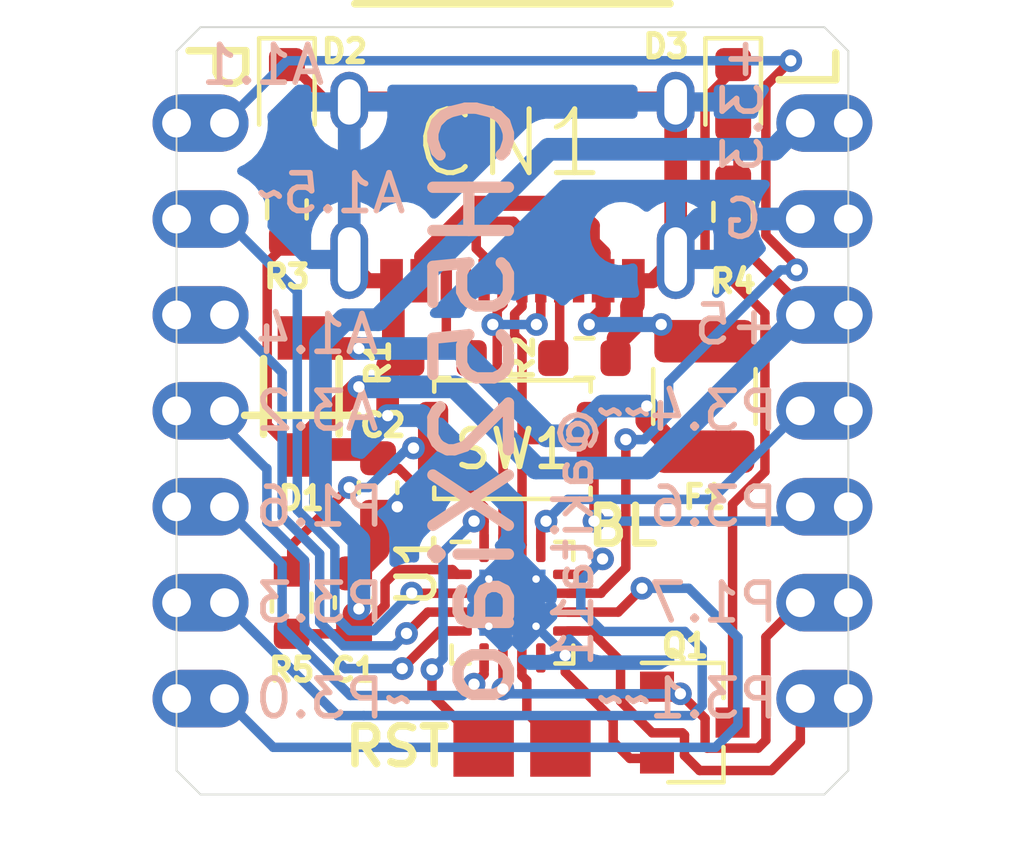
<source format=kicad_pcb>
(kicad_pcb (version 20211014) (generator pcbnew)
  (layers (0 "F.Cu" signal) (31 "B.Cu" signal) (34 "B.Paste" user) (35 "F.Paste" user) (36 "B.SilkS" user "B.Silkscreen") (37 "F.SilkS" user "F.Silkscreen") (38 "B.Mask" user) (39 "F.Mask" user) (44 "Edge.Cuts" user))
  (net 0 "")
  (net 1 "GND")
  (net 2 "+3V3")
  (net 3 "+5V")
  (net 4 "Net-(CN1-PadB5)")
  (net 5 "Net-(CN1-PadA8)")
  (net 6 "/P3.6")
  (net 7 "/P3.7")
  (net 8 "Net-(CN1-PadA5)")
  (net 9 "Net-(CN1-PadB8)")
  (net 10 "Net-(CN1-PadA4)")
  (net 11 "Net-(D1-PadA)")
  (net 12 "Net-(D2-Pad2)")
  (net 13 "Net-(D3-Pad2)")
  (net 14 "Net-(D3-Pad1)")
  (net 15 "/P3.0")
  (net 16 "/P3.4")
  (net 17 "/P3.3")
  (net 18 "/P3.2")
  (net 19 "/P1.4")
  (net 20 "/P1.1")
  (net 21 "/P1.5")
  (net 22 "/P1.6")
  (net 23 "/P1.7")
  (net 24 "/P3.1")
  (net 25 "Net-(R5-Pad2)")
  (net 26 "/P1.0")
  (net 27 "/RST")
  (footprint "akita:USB-C_16P_TH" (layer "F.Cu") (at 8.89 5.715 180)
    (fp_text reference "CN1" (at -2.54 1.651) (layer "F.SilkS") (effects (font (size 1.6891 1.6891) (thickness 0.135128)) (justify right bottom)))
    (fp_text value "CON_USB-C-16" hide)
    (fp_line (start -4.17 6.335) (end 4.17 6.335) (layer "F.SilkS") (width 0.2))
    (pad "" np_thru_hole circle locked (at 2.89 0.25 180) (size 0.65 0.65) (drill 0.65) (layers *.Cu *.Mask))
    (pad "" np_thru_hole circle locked (at -2.89 0.25 180) (size 0.65 0.65) (drill 0.65) (layers *.Cu *.Mask))
    (pad "A1" smd rect locked (at -3.2 -1 180) (size 0.6 1.15) (layers "F.Cu" "F.Paste" "F.Mask") (net 1 "GND"))
    (pad "A4" smd rect locked (at -2.4 -1 180) (size 0.6 1.15) (layers "F.Cu" "F.Paste" "F.Mask") (net 10 "Net-(CN1-PadA4)"))
    (pad "A5" smd rect locked (at -1.25 -1 180) (size 0.3 1.15) (layers "F.Cu" "F.Paste" "F.Mask") (net 8 "Net-(CN1-PadA5)"))
    (pad "A6" smd rect locked (at -0.25 -1 180) (size 0.3 1.15) (layers "F.Cu" "F.Paste" "F.Mask") (net 6 "/P3.6"))
    (pad "A7" smd rect locked (at 0.25 -1 180) (size 0.3 1.15) (layers "F.Cu" "F.Paste" "F.Mask") (net 7 "/P3.7"))
    (pad "A8" smd rect locked (at 1.25 -1 180) (size 0.3 1.15) (layers "F.Cu" "F.Paste" "F.Mask") (net 5 "Net-(CN1-PadA8)"))
    (pad "A9" smd rect locked (at 2.4 -1 180) (size 0.6 1.15) (layers "F.Cu" "F.Paste" "F.Mask") (net 10 "Net-(CN1-PadA4)"))
    (pad "A12" smd rect locked (at 3.2 -1 180) (size 0.6 1.15) (layers "F.Cu" "F.Paste" "F.Mask") (net 1 "GND"))
    (pad "B5" smd rect locked (at 1.75 -1 180) (size 0.3 1.15) (layers "F.Cu" "F.Paste" "F.Mask") (net 4 "Net-(CN1-PadB5)"))
    (pad "B6" smd rect locked (at 0.75 -1 180) (size 0.3 1.15) (layers "F.Cu" "F.Paste" "F.Mask") (net 6 "/P3.6"))
    (pad "B7" smd rect locked (at -0.75 -1 180) (size 0.3 1.15) (layers "F.Cu" "F.Paste" "F.Mask") (net 7 "/P3.7"))
    (pad "B8" smd rect locked (at -1.75 -1 180) (size 0.3 1.15) (layers "F.Cu" "F.Paste" "F.Mask") (net 9 "Net-(CN1-PadB8)"))
    (pad "FG" thru_hole roundrect locked (at -4.32 3.735 180) (size 1 1.6) (drill oval 0.6 1.2) (layers *.Cu *.Mask) (roundrect_rratio 0.5) (net 1 "GND"))
    (pad "FG" thru_hole roundrect locked (at -4.32 -0.435 180) (size 1 2.1) (drill oval 0.6 1.7) (layers *.Cu *.Mask) (roundrect_rratio 0.5) (net 1 "GND"))
    (pad "FG" thru_hole roundrect locked (at 4.32 3.735 180) (size 1 1.6) (drill oval 0.6 1.2) (layers *.Cu *.Mask) (roundrect_rratio 0.5) (net 1 "GND"))
    (pad "FG" thru_hole roundrect locked (at 4.32 -0.435 180) (size 1 2.1) (drill oval 0.6 1.7) (layers *.Cu *.Mask) (roundrect_rratio 0.5) (net 1 "GND"))
  )
  (footprint "akita:D_SOD123FL" (layer "F.Cu") (at 3.302 9.779 -90)
    (fp_text reference "D1" (at 3.048 0 180) (layer "F.SilkS") (effects (font (size 0.6 0.6)) (justify bottom)))
    (fp_text value "DIODE")
    (fp_line (start 1 1) (end 0.5 1) (layer "F.SilkS") (width 0.2))
    (fp_line (start 0.5 -1) (end 0.5 1) (layer "F.SilkS") (width 0.2))
    (fp_line (start 0.5 1) (end 0.5 1.5) (layer "F.SilkS") (width 0.2))
    (fp_line (start 0.5 -1.5) (end 0.5 -1) (layer "F.SilkS") (width 0.2))
    (fp_line (start 0.5 -1) (end 1 -1) (layer "F.SilkS") (width 0.2))
    (fp_line (start 0.5 1) (end -1 1) (layer "F.SilkS") (width 0.2))
    (fp_line (start -1 -1) (end 0.5 -1) (layer "F.SilkS") (width 0.2))
    (pad "A" smd rect locked (at -1.55 0 270) (size 1.15 1.25) (layers "F.Cu" "F.Paste" "F.Mask") (net 11 "Net-(D1-PadA)"))
    (pad "K" smd rect locked (at 1.55 0 270) (size 1.15 1.25) (layers "F.Cu" "F.Paste" "F.Mask") (net 3 "+5V"))
  )
  (footprint "LED_SMD:LED_0603_1608Metric" (layer "F.Cu") (at 2.921 1.778 -90)
    (fp_text reference "D2" (at -1.143 -1.524 180) (layer "F.SilkS") (effects (font (size 0.6 0.6))))
    (fp_text value "LED")
    (fp_line (start -1.485 -0.735) (end -1.485 0.735) (layer "F.SilkS") (width 0.12))
    (fp_line (start -1.485 0.735) (end 0.8 0.735) (layer "F.SilkS") (width 0.12))
    (fp_line (start 0.8 -0.735) (end -1.485 -0.735) (layer "F.SilkS") (width 0.12))
    (pad "1" smd roundrect locked (at -0.7875 0 270) (size 0.875 0.95) (layers "F.Cu" "F.Paste" "F.Mask") (net 1 "GND"))
    (pad "2" smd roundrect locked (at 0.7875 0 270) (size 0.875 0.95) (layers "F.Cu" "F.Paste" "F.Mask") (net 12 "Net-(D2-Pad2)"))
  )
  (footprint "LED_SMD:LED_0603_1608Metric" (layer "F.Cu") (at 14.732 1.778 -90)
    (fp_text reference "D3" (at -1.27 1.778) (layer "F.SilkS") (effects (font (size 0.6 0.6))))
    (fp_text value "LED")
    (fp_line (start 0.8 -0.735) (end -1.485 -0.735) (layer "F.SilkS") (width 0.12))
    (fp_line (start -1.485 -0.735) (end -1.485 0.735) (layer "F.SilkS") (width 0.12))
    (fp_line (start -1.485 0.735) (end 0.8 0.735) (layer "F.SilkS") (width 0.12))
    (pad "1" smd roundrect locked (at -0.7875 0 270) (size 0.875 0.95) (layers "F.Cu" "F.Paste" "F.Mask") (net 14 "Net-(D3-Pad1)"))
    (pad "2" smd roundrect locked (at 0.7875 0 270) (size 0.875 0.95) (layers "F.Cu" "F.Paste" "F.Mask") (net 13 "Net-(D3-Pad2)"))
  )
  (footprint "Resistor_SMD:R_0603_1608Metric" (layer "F.Cu") (at 2.921 4.826 -90)
    (fp_text reference "R3" (at 1.778 0 180) (layer "F.SilkS") (effects (font (size 0.6 0.6))))
    (fp_text value "1k")
    (fp_line (start -0.237258 0.5225) (end 0.237258 0.5225) (layer "F.SilkS") (width 0.12))
    (fp_line (start -0.237258 -0.5225) (end 0.237258 -0.5225) (layer "F.SilkS") (width 0.12))
    (pad "1" smd roundrect locked (at -0.825 0 270) (size 0.8 0.95) (layers "F.Cu" "F.Paste" "F.Mask") (net 12 "Net-(D2-Pad2)"))
    (pad "2" smd roundrect locked (at 0.825 0 270) (size 0.8 0.95) (layers "F.Cu" "F.Paste" "F.Mask") (net 3 "+5V"))
  )
  (footprint "akita:Socker2.54mm_7p_OvalPad" (layer "F.Cu") (at 0 10.16)
    (fp_text reference "J1" hide)
    (fp_text value "Conn_01x07")
    (pad "-" thru_hole circle locked (at 0 7.62) (size 1 1) (drill 0.762) (layers *.Cu *.Mask))
    (pad "-" thru_hole circle locked (at 0 -5.08) (size 1 1) (drill 0.762) (layers *.Cu *.Mask))
    (pad "-" thru_hole circle locked (at 0 -7.62) (size 1 1) (drill 0.762) (layers *.Cu *.Mask))
    (pad "-" thru_hole circle locked (at 0 2.54) (size 1 1) (drill 0.762) (layers *.Cu *.Mask))
    (pad "-" thru_hole circle locked (at 0 -2.54) (size 1 1) (drill 0.762) (layers *.Cu *.Mask))
    (pad "-" thru_hole circle locked (at 0 5.08) (size 1 1) (drill 0.762) (layers *.Cu *.Mask))
    (pad "-" thru_hole circle locked (at 0 0) (size 1 1) (drill 0.762) (layers *.Cu *.Mask))
    (pad "1" thru_hole oval locked (at 1.27 -7.62) (size 2.54 1.524) (drill 0.762 (offset -0.635 0)) (layers *.Cu *.Mask) (net 20 "/P1.1"))
    (pad "2" thru_hole oval locked (at 1.27 -5.08) (size 2.54 1.524) (drill 0.762 (offset -0.635 0)) (layers *.Cu *.Mask) (net 21 "/P1.5"))
    (pad "3" thru_hole oval locked (at 1.27 -2.54) (size 2.54 1.524) (drill 0.762 (offset -0.635 0)) (layers *.Cu *.Mask) (net 19 "/P1.4"))
    (pad "4" thru_hole oval locked (at 1.27 0) (size 2.54 1.524) (drill 0.762 (offset -0.635 0)) (layers *.Cu *.Mask) (net 18 "/P3.2"))
    (pad "5" thru_hole oval locked (at 1.27 2.54) (size 2.54 1.524) (drill 0.762 (offset -0.635 0)) (layers *.Cu *.Mask) (net 22 "/P1.6"))
    (pad "6" thru_hole oval locked (at 1.27 5.08) (size 2.54 1.524) (drill 0.762 (offset -0.635 0)) (layers *.Cu *.Mask) (net 17 "/P3.3"))
    (pad "7" thru_hole oval locked (at 1.27 7.62) (size 2.54 1.524) (drill 0.762 (offset -0.635 0)) (layers *.Cu *.Mask) (net 15 "/P3.0"))
  )
  (footprint "Button_Switch_SMD:SW_Push_SPST_NO_Alps_SKRK" (layer "F.Cu") (at 8.89 10.922 180)
    (fp_text reference "SW1" (at 0 -0.254) (layer "F.SilkS"))
    (fp_text value "SW_Push")
    (fp_line (start 2.07 1.57) (end -2.07 1.57) (layer "F.SilkS") (width 0.12))
    (fp_line (start -2.07 -1.27) (end -2.07 -1.57) (layer "F.SilkS") (width 0.12))
    (fp_line (start -2.07 1.57) (end -2.07 1.27) (layer "F.SilkS") (width 0.12))
    (fp_line (start 2.07 -1.57) (end 2.07 -1.27) (layer "F.SilkS") (width 0.12))
    (fp_line (start 2.07 1.27) (end 2.07 1.57) (layer "F.SilkS") (width 0.12))
    (fp_line (start -2.07 -1.57) (end 2.07 -1.57) (layer "F.SilkS") (width 0.12))
    (pad "1" smd roundrect locked (at -2.1 0 180) (size 0.8 2) (layers "F.Cu" "F.Paste" "F.Mask") (net 6 "/P3.6"))
    (pad "2" smd roundrect locked (at 2.1 0 180) (size 0.8 2) (layers "F.Cu" "F.Paste" "F.Mask") (net 25 "Net-(R5-Pad2)"))
  )
  (footprint "Capacitor_SMD:C_0603_1608Metric" (layer "F.Cu") (at 4.699 15.24 90)
    (fp_text reference "C1" (at -1.778 0) (layer "F.SilkS") (effects (font (size 0.6 0.6))))
    (fp_text value "0.1u")
    (fp_line (start -0.14058 -0.51) (end 0.14058 -0.51) (layer "F.SilkS") (width 0.12))
    (fp_line (start -0.14058 0.51) (end 0.14058 0.51) (layer "F.SilkS") (width 0.12))
    (pad "1" smd roundrect locked (at -0.775 0 90) (size 0.9 0.95) (layers "F.Cu" "F.Paste" "F.Mask") (net 2 "+3V3"))
    (pad "2" smd roundrect locked (at 0.775 0 90) (size 0.9 0.95) (layers "F.Cu" "F.Paste" "F.Mask") (net 1 "GND"))
  )
  (footprint "Package_DFN_QFN:QFN-16-1EP_3x3mm_P0.5mm_EP1.75x1.75mm_ThermalVias" (layer "F.Cu") (at 8.89 15.24)
    (fp_text reference "U1" (at -2.54 -0.889 90) (layer "F.SilkS"))
    (fp_text value "MCU_CH552P")
    (fp_line (start 1.135 -1.61) (end 1.61 -1.61) (layer "F.SilkS") (width 0.12))
    (fp_line (start 1.135 1.61) (end 1.61 1.61) (layer "F.SilkS") (width 0.12))
    (fp_line (start 1.61 1.61) (end 1.61 1.135) (layer "F.SilkS") (width 0.12))
    (fp_line (start -1.135 -1.61) (end -1.61 -1.61) (layer "F.SilkS") (width 0.12))
    (fp_line (start -1.135 1.61) (end -1.61 1.61) (layer "F.SilkS") (width 0.12))
    (fp_line (start 1.61 -1.61) (end 1.61 -1.135) (layer "F.SilkS") (width 0.12))
    (fp_line (start -1.61 1.61) (end -1.61 1.135) (layer "F.SilkS") (width 0.12))
    (pad "1" smd roundrect locked (at -1.4625 -0.75) (size 0.775 0.25) (layers "F.Cu" "F.Paste" "F.Mask") (net 2 "+3V3"))
    (pad "2" smd roundrect locked (at -1.4625 -0.25) (size 0.775 0.25) (layers "F.Cu" "F.Paste" "F.Mask") (net 21 "/P1.5"))
    (pad "3" smd roundrect locked (at -1.4625 0.25) (size 0.775 0.25) (layers "F.Cu" "F.Paste" "F.Mask") (net 19 "/P1.4"))
    (pad "4" smd roundrect locked (at -1.4625 0.75) (size 0.775 0.25) (layers "F.Cu" "F.Paste" "F.Mask") (net 18 "/P3.2"))
    (pad "5" smd roundrect locked (at -0.75 1.4625) (size 0.25 0.775) (layers "F.Cu" "F.Paste" "F.Mask") (net 22 "/P1.6"))
    (pad "6" smd roundrect locked (at -0.25 1.4625) (size 0.25 0.775) (layers "F.Cu" "F.Paste" "F.Mask") (net 23 "/P1.7"))
    (pad "7" smd roundrect locked (at 0.25 1.4625) (size 0.25 0.775) (layers "F.Cu" "F.Paste" "F.Mask") (net 27 "/RST"))
    (pad "8" smd roundrect locked (at 0.75 1.4625) (size 0.25 0.775) (layers "F.Cu" "F.Paste" "F.Mask") (net 26 "/P1.0"))
    (pad "9" smd roundrect locked (at 1.4625 0.75) (size 0.775 0.25) (layers "F.Cu" "F.Paste" "F.Mask") (net 24 "/P3.1"))
    (pad "10" smd roundrect locked (at 1.4625 0.25) (size 0.775 0.25) (layers "F.Cu" "F.Paste" "F.Mask") (net 15 "/P3.0"))
    (pad "11" smd roundrect locked (at 1.4625 -0.25) (size 0.775 0.25) (layers "F.Cu" "F.Paste" "F.Mask") (net 20 "/P1.1"))
    (pad "12" smd roundrect locked (at 1.4625 -0.75) (size 0.775 0.25) (layers "F.Cu" "F.Paste" "F.Mask") (net 17 "/P3.3"))
    (pad "13" smd roundrect locked (at 0.75 -1.4625) (size 0.25 0.775) (layers "F.Cu" "F.Paste" "F.Mask") (net 16 "/P3.4"))
    (pad "14" smd roundrect locked (at 0.25 -1.4625) (size 0.25 0.775) (layers "F.Cu" "F.Paste" "F.Mask") (net 6 "/P3.6"))
    (pad "15" smd roundrect locked (at -0.25 -1.4625) (size 0.25 0.775) (layers "F.Cu" "F.Paste" "F.Mask") (net 7 "/P3.7"))
    (pad "16" smd roundrect locked (at -0.75 -1.4625) (size 0.25 0.775) (layers "F.Cu" "F.Paste" "F.Mask") (net 3 "+5V"))
    (pad "17" thru_hole circle locked (at 0.625 -0.625) (size 0.5 0.5) (drill 0.2) (layers *.Cu) (net 1 "GND"))
    (pad "17" smd rect locked (at 0 0) (size 1.75 1.75) (layers "F.Cu" "F.Mask") (net 1 "GND"))
    (pad "17" thru_hole circle locked (at -0.625 0.625) (size 0.5 0.5) (drill 0.2) (layers *.Cu) (net 1 "GND"))
    (pad "17" thru_hole circle locked (at 0.625 0.625) (size 0.5 0.5) (drill 0.2) (layers *.Cu) (net 1 "GND"))
    (pad "17" thru_hole circle locked (at -0.625 -0.625) (size 0.5 0.5) (drill 0.2) (layers *.Cu) (net 1 "GND"))
    (pad "17" smd rect locked (at 0 0) (size 1.75 1.75) (layers "B.Cu") (net 1 "GND"))
  )
  (footprint "Resistor_SMD:R_0603_1608Metric" (layer "F.Cu") (at 14.732 4.89 90)
    (fp_text reference "R4" (at -1.841 0 180) (layer "F.SilkS") (effects (font (size 0.6 0.6))))
    (fp_text value "1k")
    (fp_line (start -0.237258 0.5225) (end 0.237258 0.5225) (layer "F.SilkS") (width 0.12))
    (fp_line (start -0.237258 -0.5225) (end 0.237258 -0.5225) (layer "F.SilkS") (width 0.12))
    (pad "1" smd roundrect locked (at -0.825 0 90) (size 0.8 0.95) (layers "F.Cu" "F.Paste" "F.Mask") (net 3 "+5V"))
    (pad "2" smd roundrect locked (at 0.825 0 90) (size 0.8 0.95) (layers "F.Cu" "F.Paste" "F.Mask") (net 13 "Net-(D3-Pad2)"))
  )
  (footprint "Resistor_SMD:R_0603_1608Metric" (layer "F.Cu") (at 10.795 8.763)
    (fp_text reference "R2" (at -1.651 0 270) (layer "F.SilkS") (effects (font (size 0.6 0.6))))
    (fp_text value "5.1k")
    (fp_line (start -0.237258 -0.5225) (end 0.237258 -0.5225) (layer "F.SilkS") (width 0.12))
    (fp_line (start -0.237258 0.5225) (end 0.237258 0.5225) (layer "F.SilkS") (width 0.12))
    (pad "1" smd roundrect locked (at -0.825 0) (size 0.8 0.95) (layers "F.Cu" "F.Paste" "F.Mask") (net 8 "Net-(CN1-PadA5)"))
    (pad "2" smd roundrect locked (at 0.825 0) (size 0.8 0.95) (layers "F.Cu" "F.Paste" "F.Mask") (net 1 "GND"))
  )
  (footprint "Resistor_SMD:R_0603_1608Metric" (layer "F.Cu") (at 6.985 8.763 180)
    (fp_text reference "R1" (at 1.651 -0.127 90) (layer "F.SilkS") (effects (font (size 0.6 0.6))))
    (fp_text value "5.1k")
    (fp_line (start -0.237258 0.5225) (end 0.237258 0.5225) (layer "F.SilkS") (width 0.12))
    (fp_line (start -0.237258 -0.5225) (end 0.237258 -0.5225) (layer "F.SilkS") (width 0.12))
    (pad "1" smd roundrect locked (at -0.825 0 180) (size 0.8 0.95) (layers "F.Cu" "F.Paste" "F.Mask") (net 4 "Net-(CN1-PadB5)"))
    (pad "2" smd roundrect locked (at 0.825 0 180) (size 0.8 0.95) (layers "F.Cu" "F.Paste" "F.Mask") (net 1 "GND"))
  )
  (footprint "Resistor_SMD:R_1210_3225Metric" (layer "F.Cu") (at 13.97 9.779 90)
    (fp_text reference "F1" (at -2.667 0 180) (layer "F.SilkS") (effects (font (size 0.6 0.6))))
    (fp_text value "Polyfuse")
    (fp_line (start -0.723737 -1.355) (end 0.723737 -1.355) (layer "F.SilkS") (width 0.12))
    (fp_line (start -0.723737 1.355) (end 0.723737 1.355) (layer "F.SilkS") (width 0.12))
    (pad "1" smd roundrect locked (at -1.4625 0 90) (size 1.125 2.65) (layers "F.Cu" "F.Paste" "F.Mask") (roundrect_rratio 0.2222213333) (net 11 "Net-(D1-PadA)"))
    (pad "2" smd roundrect locked (at 1.4625 0 90) (size 1.125 2.65) (layers "F.Cu" "F.Paste" "F.Mask") (roundrect_rratio 0.2222213333) (net 10 "Net-(CN1-PadA4)"))
  )
  (footprint "Capacitor_SMD:C_0603_1608Metric" (layer "F.Cu") (at 5.334 12.192 -90)
    (fp_text reference "C2" (at -1.651 -0.127 180) (layer "F.SilkS") (effects (font (size 0.6 0.6))))
    (fp_text value "0.1u")
    (fp_line (start -0.14058 0.51) (end 0.14058 0.51) (layer "F.SilkS") (width 0.12))
    (fp_line (start -0.14058 -0.51) (end 0.14058 -0.51) (layer "F.SilkS") (width 0.12))
    (pad "1" smd roundrect locked (at -0.775 0 270) (size 0.9 0.95) (layers "F.Cu" "F.Paste" "F.Mask") (net 3 "+5V"))
    (pad "2" smd roundrect locked (at 0.775 0 270) (size 0.9 0.95) (layers "F.Cu" "F.Paste" "F.Mask") (net 1 "GND"))
  )
  (footprint "Resistor_SMD:R_0603_1608Metric" (layer "F.Cu") (at 3.048 15.24 90)
    (fp_text reference "R5" (at -1.778 0 180) (layer "F.SilkS") (effects (font (size 0.6 0.6))))
    (fp_text value "10k")
    (fp_line (start -0.237258 0.5225) (end 0.237258 0.5225) (layer "F.SilkS") (width 0.12))
    (fp_line (start -0.237258 -0.5225) (end 0.237258 -0.5225) (layer "F.SilkS") (width 0.12))
    (pad "1" smd roundrect locked (at -0.825 0 90) (size 0.8 0.95) (layers "F.Cu" "F.Paste" "F.Mask") (net 2 "+3V3"))
    (pad "2" smd roundrect locked (at 0.825 0 90) (size 0.8 0.95) (layers "F.Cu" "F.Paste" "F.Mask") (net 25 "Net-(R5-Pad2)"))
  )
  (footprint "akita:Pad_SMD1.6mm" (layer "F.Cu") (at 8.128 19.05)
    (fp_text reference "J3" hide)
    (fp_text value "Conn_01x01" hide)
    (pad "1" smd rect locked (at 0 0) (size 1.6 1.6) (layers "F.Cu" "F.Mask") (net 3 "+5V"))
  )
  (footprint "akita:Pad_SMD1.6mm" (layer "F.Cu") (at 10.16 19.05)
    (fp_text reference "J4" hide)
    (fp_text value "Conn_01x01" hide)
    (pad "1" smd rect locked (at 0 0) (size 1.6 1.6) (layers "F.Cu" "F.Mask") (net 27 "/RST"))
  )
  (footprint "akita:Socker2.54mm_7p_OvalPad" (layer "F.Cu") (at 17.78 10.16 180)
    (fp_text reference "J2" hide)
    (fp_text value "Conn_01x07")
    (pad "-" thru_hole circle locked (at 0 -7.62 180) (size 1 1) (drill 0.762) (layers *.Cu *.Mask))
    (pad "-" thru_hole circle locked (at 0 2.54 180) (size 1 1) (drill 0.762) (layers *.Cu *.Mask))
    (pad "-" thru_hole circle locked (at 0 -5.08 180) (size 1 1) (drill 0.762) (layers *.Cu *.Mask))
    (pad "-" thru_hole circle locked (at 0 -2.54 180) (size 1 1) (drill 0.762) (layers *.Cu *.Mask))
    (pad "-" thru_hole circle locked (at 0 0 180) (size 1 1) (drill 0.762) (layers *.Cu *.Mask))
    (pad "-" thru_hole circle locked (at 0 7.62 180) (size 1 1) (drill 0.762) (layers *.Cu *.Mask))
    (pad "-" thru_hole circle locked (at 0 5.08 180) (size 1 1) (drill 0.762) (layers *.Cu *.Mask))
    (pad "1" thru_hole oval locked (at 1.27 -7.62 180) (size 2.54 1.524) (drill 0.762 (offset -0.635 0)) (layers *.Cu *.Mask) (net 24 "/P3.1"))
    (pad "2" thru_hole oval locked (at 1.27 -5.08 180) (size 2.54 1.524) (drill 0.762 (offset -0.635 0)) (layers *.Cu *.Mask) (net 23 "/P1.7"))
    (pad "3" thru_hole oval locked (at 1.27 -2.54 180) (size 2.54 1.524) (drill 0.762 (offset -0.635 0)) (layers *.Cu *.Mask) (net 6 "/P3.6"))
    (pad "4" thru_hole oval locked (at 1.27 0 180) (size 2.54 1.524) (drill 0.762 (offset -0.635 0)) (layers *.Cu *.Mask) (net 16 "/P3.4"))
    (pad "5" thru_hole oval locked (at 1.27 2.54 180) (size 2.54 1.524) (drill 0.762 (offset -0.635 0)) (layers *.Cu *.Mask) (net 3 "+5V"))
    (pad "6" thru_hole oval locked (at 1.27 5.08 180) (size 2.54 1.524) (drill 0.762 (offset -0.635 0)) (layers *.Cu *.Mask) (net 1 "GND"))
    (pad "7" thru_hole oval locked (at 1.27 7.62 180) (size 2.54 1.524) (drill 0.762 (offset -0.635 0)) (layers *.Cu *.Mask) (net 2 "+3V3"))
  )
  (footprint "Package_TO_SOT_SMD:SOT-23" (layer "F.Cu") (at 13.716 18.415)
    (fp_text reference "Q1" (at -0.254 -2.032) (layer "F.SilkS") (effects (font (size 0.6 0.6))))
    (fp_text value "TR_NMOS_IRLML6344")
    (fp_line (start 0.76 1.58) (end 0.76 0.65) (layer "F.SilkS") (width 0.12))
    (fp_line (start 0.76 -1.58) (end 0.76 -0.65) (layer "F.SilkS") (width 0.12))
    (fp_line (start 0.76 1.58) (end -0.7 1.58) (layer "F.SilkS") (width 0.12))
    (fp_line (start 0.76 -1.58) (end -1.4 -1.58) (layer "F.SilkS") (width 0.12))
    (pad "1" smd rect locked (at -1 -0.95) (size 0.9 0.8) (layers "F.Cu" "F.Paste" "F.Mask") (net 23 "/P1.7"))
    (pad "2" smd rect locked (at -1 0.95) (size 0.9 0.8) (layers "F.Cu" "F.Paste" "F.Mask") (net 1 "GND"))
    (pad "3" smd rect locked (at 1 0) (size 0.9 0.8) (layers "F.Cu" "F.Paste" "F.Mask") (net 14 "Net-(D3-Pad1)"))
  )
  (gr_line (start 0 19.685) (end 0 0.635) (layer "Edge.Cuts") (width 0.05))
  (gr_line (start 17.78 19.685) (end 17.145 20.32) (layer "Edge.Cuts") (width 0.05))
  (gr_line (start 0 0.635) (end 0.635 0) (layer "Edge.Cuts") (width 0.05))
  (gr_line (start 0.635 0) (end 17.145 0) (layer "Edge.Cuts") (width 0.05))
  (gr_line (start 17.145 0) (end 17.78 0.635) (layer "Edge.Cuts") (width 0.05))
  (gr_line (start 17.78 0.635) (end 17.78 19.685) (layer "Edge.Cuts") (width 0.05))
  (gr_line (start 17.145 20.32) (end 0.635 20.32) (layer "Edge.Cuts") (width 0.05))
  (gr_line (start 0.635 20.32) (end 0 19.685) (layer "Edge.Cuts") (width 0.05))
  (gr_text "+3.3" (at 14.986 2.032 90) (layer "B.SilkS") (effects (font (size 1 1)) (justify mirror)))
  (gr_text "P1.6" (at 2 12.7) (layer "B.SilkS") (effects (font (size 1 1)) (justify right mirror)))
  (gr_text "@akita11" (at 10.5 13.5 90) (layer "B.SilkS") (effects (font (size 1 1)) (justify mirror)))
  (gr_text "P1.7" (at 16 15.24) (layer "B.SilkS") (effects (font (size 1 1)) (justify left mirror)))
  (gr_text "P3.6" (at 16 12.7) (layer "B.SilkS") (effects (font (size 1 1)) (justify left mirror)))
  (gr_text "+5\n" (at 16 7.874) (layer "B.SilkS") (effects (font (size 1 1)) (justify left mirror)))
  (gr_text "CH552Xiao" (at 7.874 9.906 90) (layer "B.SilkS") (effects (font (size 2 2) (thickness 0.3)) (justify mirror)))
  (gr_text "A3.2" (at 2 10.16) (layer "B.SilkS") (effects (font (size 1 1)) (justify right mirror)))
  (gr_text "A1.5~\n" (at 2 4.4) (layer "B.SilkS") (effects (font (size 1 1)) (justify right mirror)))
  (gr_text "~P3.0" (at 2 17.78) (layer "B.SilkS") (effects (font (size 1 1)) (justify right mirror)))
  (gr_text "P3.1~~" (at 16 17.78) (layer "B.SilkS") (effects (font (size 1 1)) (justify left mirror)))
  (gr_text "P3.4~~" (at 16 10.16) (layer "B.SilkS") (effects (font (size 1 1)) (justify left mirror)))
  (gr_text "G" (at 14.986 5.08) (layer "B.SilkS") (effects (font (size 1 1)) (justify mirror)))
  (gr_text "A1.1" (at 4 1) (layer "B.SilkS") (effects (font (size 1 1)) (justify left mirror)))
  (gr_text "P3.3" (at 2 15.24) (layer "B.SilkS") (effects (font (size 1 1)) (justify right mirror)))
  (gr_text "A1.4" (at 2 8.128) (layer "B.SilkS") (effects (font (size 1 1)) (justify right mirror)))
  (gr_text "L\n" (at 16.764 1.143 90) (layer "F.SilkS") (effects (font (size 1.5 1.5) (thickness 0.2))))
  (gr_text "BL" (at 11.811 13.208) (layer "F.SilkS") (effects (font (size 1 1) (thickness 0.2))))
  (gr_text "P" (at 1.016 1.016 270) (layer "F.SilkS") (effects (font (size 1.5 1.5) (thickness 0.2))))
  (gr_text "RST" (at 5.842 19.05) (layer "F.SilkS") (effects (font (size 1 1) (thickness 0.2))))
  (segment (start 11.999 19.365) (end 11.557 18.923) (width 0.25) (layer "F.Cu") (net 1))
  (segment (start 10.287 16.936) (end 10.287 17.077678) (width 0.25) (layer "F.Cu") (net 1))
  (segment (start 5.69 6.715) (end 5.064 6.715) (width 0.4) (layer "F.Cu") (net 1))
  (segment (start 10.287 16.936) (end 10.287 16.637) (width 0.25) (layer "F.Cu") (net 1))
  (segment (start 5.69 7.341) (end 5.69 6.715) (width 0.6) (layer "F.Cu") (net 1))
  (segment (start 5.588 10.287) (end 5.588 8.954) (width 0.6) (layer "F.Cu") (net 1))
  (segment (start 12.042401 7.388599) (end 12.042401 7.896599) (width 0.6) (layer "F.Cu") (net 1))
  (segment (start 5.588 8.954) (end 5.779 8.763) (width 0.6) (layer "F.Cu") (net 1))
  (segment (start 5.334 12.967) (end 5.334 13.843) (width 0.6) (layer "F.Cu") (net 1))
  (segment (start 13.208 1.905) (end 4.572 1.905) (width 0.4) (layer "F.Cu") (net 1))
  (segment (start 5.737599 8.404599) (end 5.737599 7.388599) (width 0.6) (layer "F.Cu") (net 1))
  (segment (start 13.21 6.15) (end 13.21 1.907) (width 0.6) (layer "F.Cu") (net 1))
  (segment (start 4.57 1.98) (end 4.012 1.98) (width 0.25) (layer "F.Cu") (net 1))
  (segment (start 13.21 1.907) (end 13.208 1.905) (width 0.6) (layer "F.Cu") (net 1))
  (segment (start 12.09 6.715) (end 12.589 6.715) (width 0.4) (layer "F.Cu") (net 1))
  (segment (start 6.096 8.763) (end 5.737599 8.404599) (width 0.6) (layer "F.Cu") (net 1))
  (segment (start 5.737599 7.388599) (end 5.69 7.341) (width 0.6) (layer "F.Cu") (net 1))
  (segment (start 12.716 19.365) (end 11.999 19.365) (width 0.25) (layer "F.Cu") (net 1))
  (segment (start 4.012 1.98) (end 3.048 1.016) (width 0.25) (layer "F.Cu") (net 1))
  (segment (start 5.334 13.843) (end 4.699 14.478) (width 0.6) (layer "F.Cu") (net 1))
  (segment (start 11.557 18.347678) (end 11.557 18.923) (width 0.25) (layer "F.Cu") (net 1))
  (segment (start 12.09 6.715) (end 12.09 7.341) (width 0.6) (layer "F.Cu") (net 1))
  (segment (start 5.064 6.715) (end 4.572 6.223) (width 0.4) (layer "F.Cu") (net 1))
  (segment (start 5.779 8.763) (end 6.096 8.763) (width 0.6) (layer "F.Cu") (net 1))
  (segment (start 5.575 12.967) (end 5.842 12.7) (width 0.6) (layer "F.Cu") (net 1))
  (segment (start 10.287 17.077678) (end 11.557 18.347678) (width 0.25) (layer "F.Cu") (net 1))
  (segment (start 12.042401 7.896599) (end 11.684 8.255) (width 0.6) (layer "F.Cu") (net 1))
  (segment (start 12.09 7.341) (end 12.042401 7.388599) (width 0.6) (layer "F.Cu") (net 1))
  (segment (start 5.334 12.967) (end 5.575 12.967) (width 0.6) (layer "F.Cu") (net 1))
  (segment (start 12.589 6.715) (end 13.208 6.096) (width 0.4) (layer "F.Cu") (net 1))
  (via (at 10.287 16.637) (size 0.6) (drill 0.3) (layers "F.Cu" "B.Cu") (net 1))
  (via (at 5.588 10.287) (size 0.6) (drill 0.3) (layers "F.Cu" "B.Cu") (net 1))
  (via (at 5.842 12.7) (size 0.6) (drill 0.3) (layers "F.Cu" "B.Cu") (net 1))
  (segment (start 16.51 5.08) (end 13.843 5.08) (width 0.6) (layer "B.Cu") (net 1))
  (segment (start 8.89 12.7) (end 8.89 15.24) (width 0.6) (layer "B.Cu") (net 1))
  (segment (start 6.477 10.287) (end 5.588 10.287) (width 0.6) (layer "B.Cu") (net 1))
  (segment (start 10.287 16.637) (end 9.525 15.875) (width 0.25) (layer "B.Cu") (net 1))
  (segment (start 4.57 1.98) (end 4.57 6.221) (width 0.6) (layer "B.Cu") (net 1))
  (segment (start 7.366 11.176) (end 6.477 10.287) (width 0.6) (layer "B.Cu") (net 1))
  (segment (start 7.366 11.176) (end 8.89 12.7) (width 0.6) (layer "B.Cu") (net 1))
  (segment (start 5.842 12.7) (end 7.366 11.176) (width 0.6) (layer "B.Cu") (net 1))
  (segment (start 13.843 5.08) (end 13.208 5.715) (width 0.6) (layer "B.Cu") (net 1))
  (segment (start 5.518598 15.309402) (end 4.953 15.875) (width 0.25) (layer "F.Cu") (net 2))
  (segment (start 7.4275 14.49) (end 7.3025 14.365) (width 0.25) (layer "F.Cu") (net 2))
  (segment (start 5.518598 14.708846) (end 5.518598 15.309402) (width 0.25) (layer "F.Cu") (net 2))
  (segment (start 4.699 16.002) (end 4.699 15.530179) (width 0.6) (layer "F.Cu") (net 2))
  (segment (start 7.3025 14.365) (end 5.862444 14.365) (width 0.25) (layer "F.Cu") (net 2))
  (segment (start 3.048 16.065) (end 4.636 16.065) (width 0.25) (layer "F.Cu") (net 2))
  (segment (start 4.699 15.530179) (end 4.826 15.403179) (width 0.6) (layer "F.Cu") (net 2))
  (segment (start 5.862444 14.365) (end 5.518598 14.708846) (width 0.25) (layer "F.Cu") (net 2))
  (via (at 4.826 15.403179) (size 0.6) (drill 0.3) (layers "F.Cu" "B.Cu") (net 2))
  (segment (start 5.334 7.747) (end 4.445 7.747) (width 0.6) (layer "B.Cu") (net 2))
  (segment (start 4.826 13.589) (end 4.826 15.403179) (width 0.6) (layer "B.Cu") (net 2))
  (segment (start 4.445 7.747) (end 3.81 8.382) (width 0.6) (layer "B.Cu") (net 2))
  (segment (start 3.81 8.382) (end 3.81 12.573) (width 0.6) (layer "B.Cu") (net 2))
  (segment (start 3.81 12.573) (end 4.826 13.589) (width 0.6) (layer "B.Cu") (net 2))
  (segment (start 15.81759 3.23241) (end 9.84859 3.23241) (width 0.6) (layer "B.Cu") (net 2))
  (segment (start 9.84859 3.23241) (end 5.334 7.747) (width 0.6) (layer "B.Cu") (net 2))
  (segment (start 16.51 2.54) (end 15.81759 3.23241) (width 0.6) (layer "B.Cu") (net 2))
  (segment (start 7.874 13.081) (end 8.128 13.081) (width 0.25) (layer "F.Cu") (net 3))
  (segment (start 3.302 11.329) (end 3.201 11.329) (width 0.25) (layer "F.Cu") (net 3))
  (segment (start 2.399599 6.236401) (end 2.921 5.715) (width 0.25) (layer "F.Cu") (net 3))
  (segment (start 16.51 7.62) (end 16.51 7.366) (width 0.25) (layer "F.Cu") (net 3))
  (segment (start 8.128 13.081) (end 8.14 13.093) (width 0.25) (layer "F.Cu") (net 3))
  (segment (start 6.760482 17.682482) (end 6.760482 17.013499) (width 0.25) (layer "F.Cu") (net 3))
  (segment (start 3.429 10.922) (end 4.826 9.525) (width 0.6) (layer "F.Cu") (net 3))
  (segment (start 8.14 13.093) (end 8.14 12.712) (width 0.25) (layer "F.Cu") (net 3))
  (segment (start 3.445402 11.185598) (end 5.089598 11.185598) (width 0.6) (layer "F.Cu") (net 3))
  (segment (start 2.399599 10.527599) (end 2.399599 6.236401) (width 0.25) (layer "F.Cu") (net 3))
  (segment (start 3.201 11.329) (end 2.399599 10.527599) (width 0.25) (layer "F.Cu") (net 3))
  (segment (start 5.089598 11.185598) (end 5.233 11.329) (width 0.6) (layer "F.Cu") (net 3))
  (segment (start 7.747 12.319) (end 6.51184 12.319) (width 0.25) (layer "F.Cu") (net 3))
  (segment (start 5.87684 11.684) (end 5.588 11.684) (width 0.25) (layer "F.Cu") (net 3))
  (segment (start 8.14 13.7775) (end 8.14 13.093) (width 0.25) (layer "F.Cu") (net 3))
  (segment (start 3.302 11.329) (end 3.445402 11.185598) (width 0.6) (layer "F.Cu") (net 3))
  (segment (start 16.51 7.366) (end 14.859 5.715) (width 0.25) (layer "F.Cu") (net 3))
  (segment (start 8.14 12.712) (end 7.747 12.319) (width 0.25) (layer "F.Cu") (net 3))
  (segment (start 6.51184 12.319) (end 5.87684 11.684) (width 0.25) (layer "F.Cu") (net 3))
  (segment (start 8.128 19.05) (end 6.760482 17.682482) (width 0.25) (layer "F.Cu") (net 3))
  (via (at 4.826 9.525) (size 0.6) (drill 0.3) (layers "F.Cu" "B.Cu") (net 3))
  (via (at 7.874 13.081) (size 0.6) (drill 0.3) (layers "F.Cu" "B.Cu") (net 3))
  (via (at 6.760482 17.013499) (size 0.6) (drill 0.3) (layers "F.Cu" "B.Cu") (net 3))
  (segment (start 7.054401 13.900599) (end 7.054401 16.71958) (width 0.25) (layer "B.Cu") (net 3))
  (segment (start 9.515413 11.674413) (end 7.366 9.525) (width 0.6) (layer "B.Cu") (net 3))
  (segment (start 7.874 13.081) (end 7.054401 13.900599) (width 0.25) (layer "B.Cu") (net 3))
  (segment (start 12.455587 11.674413) (end 9.515413 11.674413) (width 0.6) (layer "B.Cu") (net 3))
  (segment (start 7.054401 16.71958) (end 6.760482 17.013499) (width 0.25) (layer "B.Cu") (net 3))
  (segment (start 16.51 7.62) (end 12.455587 11.674413) (width 0.6) (layer "B.Cu") (net 3))
  (segment (start 7.366 9.525) (end 4.826 9.525) (width 0.6) (layer "B.Cu") (net 3))
  (segment (start 7.366 8.382) (end 7.747 8.382) (width 0.25) (layer "F.Cu") (net 4))
  (segment (start 7.14 8.156) (end 7.366 8.382) (width 0.25) (layer "F.Cu") (net 4))
  (segment (start 7.14 6.715) (end 7.14 8.156) (width 0.25) (layer "F.Cu") (net 4))
  (segment (start 9.144 11.049) (end 9.144 8.347553) (width 0.25) (layer "F.Cu") (net 6))
  (segment (start 8.362858 5.14161) (end 8.917164 5.14161) (width 0.25) (layer "F.Cu") (net 6))
  (segment (start 9.144 7.400445) (end 9.144 6.731) (width 0.25) (layer "F.Cu") (net 6))
  (segment (start 7.931598 5.862599) (end 7.931599 5.310847) (width 0.25) (layer "F.Cu") (net 6))
  (segment (start 8.14 6.715) (end 8.14 6.071001) (width 0.25) (layer "F.Cu") (net 6))
  (segment (start 9.271 10.922) (end 9.144 11.049) (width 0.25) (layer "F.Cu") (net 6))
  (segment (start 9.14 6.073574) (end 9.217411 5.996163) (width 0.25) (layer "F.Cu") (net 6))
  (segment (start 8.947599 7.596846) (end 9.144 7.400445) (width 0.25) (layer "F.Cu") (net 6))
  (segment (start 8.343745 5.160723) (end 8.362858 5.14161) (width 0.25) (layer "F.Cu") (net 6))
  (segment (start 9.217411 5.441857) (end 9.217411 5.996163) (width 0.25) (layer "F.Cu") (net 6))
  (segment (start 10.99 10.922) (end 9.271 10.922) (width 0.25) (layer "F.Cu") (net 6))
  (segment (start 9.14 13.7775) (end 9.14 13.712) (width 0.25) (layer "F.Cu") (net 6))
  (segment (start 8.14 6.071001) (end 7.931598 5.862599) (width 0.25) (layer "F.Cu") (net 6))
  (segment (start 9.144 13.708) (end 9.144 11.049) (width 0.25) (layer "F.Cu") (net 6))
  (segment (start 8.947599 8.151152) (end 8.947599 7.596846) (width 0.25) (layer "F.Cu") (net 6))
  (segment (start 9.144 8.347553) (end 8.947599 8.151152) (width 0.25) (layer "F.Cu") (net 6))
  (segment (start 11.049 10.922) (end 11.049 13.081) (width 0.25) (layer "F.Cu") (net 6))
  (segment (start 9.14 13.712) (end 9.144 13.708) (width 0.25) (layer "F.Cu") (net 6))
  (segment (start 8.081723 5.160723) (end 8.343745 5.160723) (width 0.25) (layer "F.Cu") (net 6))
  (segment (start 7.931599 5.310847) (end 8.081723 5.160723) (width 0.25) (layer "F.Cu") (net 6))
  (segment (start 9.14 6.715) (end 9.14 6.073574) (width 0.25) (layer "F.Cu") (net 6))
  (segment (start 8.917164 5.14161) (end 9.217411 5.441857) (width 0.25) (layer "F.Cu") (net 6))
  (via (at 11.049 13.081) (size 0.6) (drill 0.3) (layers "F.Cu" "B.Cu") (net 6))
  (segment (start 16.129 13.081) (end 11.049 13.081) (width 0.25) (layer "B.Cu") (net 6))
  (segment (start 16.51 12.7) (end 16.129 13.081) (width 0.25) (layer "B.Cu") (net 6))
  (segment (start 8.64 13.7775) (end 8.64 9.72135) (width 0.25) (layer "F.Cu") (net 7))
  (segment (start 9.64 7.758999) (end 9.525 7.873999) (width 0.25) (layer "F.Cu") (net 7))
  (segment (start 8.64 9.72135) (end 8.487768 9.569118) (width 0.25) (layer "F.Cu") (net 7))
  (segment (start 8.64 7.335351) (end 8.64 6.608) (width 0.25) (layer "F.Cu") (net 7))
  (segment (start 9.64 6.715) (end 9.64 7.758999) (width 0.25) (layer "F.Cu") (net 7))
  (segment (start 8.487768 9.569118) (end 8.487768 7.487583) (width 0.25) (layer "F.Cu") (net 7))
  (segment (start 8.487768 7.487583) (end 8.64 7.335351) (width 0.25) (layer "F.Cu") (net 7))
  (via (at 9.525 7.873999) (size 0.6) (drill 0.3) (layers "F.Cu" "B.Cu") (net 7))
  (via (at 8.369618 7.873726) (size 0.6) (drill 0.3) (layers "F.Cu" "B.Cu") (net 7))
  (segment (start 9.524727 7.873726) (end 9.525 7.873999) (width 0.25) (layer "B.Cu") (net 7))
  (segment (start 8.369618 7.873726) (end 9.524727 7.873726) (width 0.25) (layer "B.Cu") (net 7))
  (segment (start 10.14 6.715) (end 10.14 8.529) (width 0.25) (layer "F.Cu") (net 8))
  (segment (start 11.29 6.715) (end 11.29 7.506) (width 0.4) (layer "F.Cu") (net 10))
  (segment (start 11.29 6.715) (end 11.29 5.977554) (width 0.4) (layer "F.Cu") (net 10))
  (segment (start 11.003001 5.690555) (end 11.003001 5.252999) (width 0.4) (layer "F.Cu") (net 10))
  (segment (start 10.414202 4.6642) (end 11.003001 5.252999) (width 0.4) (layer "F.Cu") (net 10))
  (segment (start 11.29 7.506) (end 10.922 7.874) (width 0.4) (layer "F.Cu") (net 10))
  (segment (start 6.49 6.077288) (end 7.903088 4.6642) (width 0.4) (layer "F.Cu") (net 10))
  (segment (start 11.29 5.977554) (end 11.003001 5.690555) (width 0.4) (layer "F.Cu") (net 10))
  (segment (start 7.903088 4.6642) (end 10.414202 4.6642) (width 0.4) (layer "F.Cu") (net 10))
  (segment (start 6.49 6.715) (end 6.49 6.077288) (width 0.4) (layer "F.Cu") (net 10))
  (via (at 12.827 7.874) (size 0.6) (drill 0.3) (layers "F.Cu" "B.Cu") (net 10))
  (via (at 10.922 7.874) (size 0.6) (drill 0.3) (layers "F.Cu" "B.Cu") (net 10))
  (segment (start 10.922 7.874) (end 12.827 7.874) (width 0.4) (layer "B.Cu") (net 10))
  (segment (start 13.2735 11.2415) (end 12.446 10.414) (width 0.6) (layer "F.Cu") (net 11))
  (segment (start 12.446 10.414) (end 12.446 10.033) (width 0.6) (layer "F.Cu") (net 11))
  (segment (start 3.556 8.509) (end 4.826 8.509) (width 0.6) (layer "F.Cu") (net 11))
  (segment (start 13.97 11.2415) (end 13.2735 11.2415) (width 0.6) (layer "F.Cu") (net 11))
  (via (at 4.826 8.509) (size 0.6) (drill 0.3) (layers "F.Cu" "B.Cu") (net 11))
  (via (at 12.446 10.033) (size 0.6) (drill 0.3) (layers "F.Cu" "B.Cu") (net 11))
  (segment (start 10.500881 10.82152) (end 9.80552 10.82152) (width 0.6) (layer "B.Cu") (net 11))
  (segment (start 9.80552 10.82152) (end 7.493 8.509) (width 0.6) (layer "B.Cu") (net 11))
  (segment (start 7.493 8.509) (end 4.826 8.509) (width 0.6) (layer "B.Cu") (net 11))
  (segment (start 11.289401 10.033) (end 10.500881 10.82152) (width 0.6) (layer "B.Cu") (net 11))
  (segment (start 12.446 10.033) (end 11.289401 10.033) (width 0.6) (layer "B.Cu") (net 11))
  (segment (start 2.921 2.5655) (end 2.921 3.683) (width 0.25) (layer "F.Cu") (net 12))
  (segment (start 14.859 2.5655) (end 14.859 4.064) (width 0.25) (layer "F.Cu") (net 13))
  (segment (start 14.716 18.415) (end 14.716 12.628874) (width 0.25) (layer "F.Cu") (net 14))
  (segment (start 13.987411 1.887589) (end 14.859 1.016) (width 0.25) (layer "F.Cu") (net 14))
  (segment (start 15.57241 7.57857) (end 13.987411 5.993571) (width 0.25) (layer "F.Cu") (net 14))
  (segment (start 15.57241 11.772464) (end 15.57241 7.57857) (width 0.25) (layer "F.Cu") (net 14))
  (segment (start 13.987411 5.993571) (end 13.987411 1.887589) (width 0.25) (layer "F.Cu") (net 14))
  (segment (start 14.716 12.628874) (end 15.57241 11.772464) (width 0.25) (layer "F.Cu") (net 14))
  (segment (start 11.688 15.49) (end 12.319 14.859) (width 0.25) (layer "F.Cu") (net 15))
  (segment (start 10.3525 15.49) (end 11.688 15.49) (width 0.25) (layer "F.Cu") (net 15))
  (via (at 12.319 14.859) (size 0.6) (drill 0.3) (layers "F.Cu" "B.Cu") (net 15))
  (segment (start 14.859 18.476095) (end 14.859 16.161953) (width 0.25) (layer "B.Cu") (net 15))
  (segment (start 14.859 16.161953) (end 13.556047 14.859) (width 0.25) (layer "B.Cu") (net 15))
  (segment (start 13.556047 14.859) (end 12.319 14.859) (width 0.25) (layer "B.Cu") (net 15))
  (segment (start 14.263684 19.071411) (end 14.859 18.476095) (width 0.25) (layer "B.Cu") (net 15))
  (segment (start 1.27 17.78) (end 2.561411 19.071411) (width 0.25) (layer "B.Cu") (net 15))
  (segment (start 2.561411 19.071411) (end 14.263684 19.071411) (width 0.25) (layer "B.Cu") (net 15))
  (segment (start 9.64 13.22) (end 9.779 13.081) (width 0.25) (layer "F.Cu") (net 16))
  (segment (start 9.64 13.7775) (end 9.64 13.22) (width 0.25) (layer "F.Cu") (net 16))
  (via (at 9.779 13.081) (size 0.6) (drill 0.3) (layers "F.Cu" "B.Cu") (net 16))
  (segment (start 10.356401 12.503599) (end 14.166401 12.503599) (width 0.25) (layer "B.Cu") (net 16))
  (segment (start 14.166401 12.503599) (end 16.51 10.16) (width 0.25) (layer "B.Cu") (net 16))
  (segment (start 9.779 13.081) (end 10.356401 12.503599) (width 0.25) (layer "B.Cu") (net 16))
  (segment (start 10.86685 14.49) (end 11.275357 14.081493) (width 0.25) (layer "F.Cu") (net 17))
  (segment (start 10.3525 14.49) (end 10.86685 14.49) (width 0.25) (layer "F.Cu") (net 17))
  (via (at 11.275357 14.081493) (size 0.6) (drill 0.3) (layers "F.Cu" "B.Cu") (net 17))
  (segment (start 4.260401 18.230401) (end 1.27 15.24) (width 0.25) (layer "B.Cu") (net 17))
  (segment (start 10.699173 14.657677) (end 10.699173 15.428719) (width 0.25) (layer "B.Cu") (net 17))
  (segment (start 13.451976 16.002) (end 13.912401 16.462425) (width 0.25) (layer "B.Cu") (net 17))
  (segment (start 4.953 18.230401) (end 4.260401 18.230401) (width 0.25) (layer "B.Cu") (net 17))
  (segment (start 10.699173 15.428719) (end 11.272454 16.002) (width 0.25) (layer "B.Cu") (net 17))
  (segment (start 13.912401 16.462425) (end 13.912401 17.964599) (width 0.25) (layer "B.Cu") (net 17))
  (segment (start 11.275357 14.081493) (end 10.699173 14.657677) (width 0.25) (layer "B.Cu") (net 17))
  (segment (start 13.912401 17.964599) (end 13.646599 18.230401) (width 0.25) (layer "B.Cu") (net 17))
  (segment (start 13.646599 18.230401) (end 4.953 18.230401) (width 0.25) (layer "B.Cu") (net 17))
  (segment (start 11.272454 16.002) (end 13.451976 16.002) (width 0.25) (layer "B.Cu") (net 17))
  (segment (start 6.967398 15.99) (end 5.972339 16.985059) (width 0.25) (layer "F.Cu") (net 18))
  (segment (start 7.4275 15.99) (end 6.967398 15.99) (width 0.25) (layer "F.Cu") (net 18))
  (via (at 5.972339 16.985059) (size 0.6) (drill 0.3) (layers "F.Cu" "B.Cu") (net 18))
  (segment (start 2.39159 11.70541) (end 1.27 10.58382) (width 0.25) (layer "B.Cu") (net 18))
  (segment (start 1.27 10.58382) (end 1.27 10.16) (width 0.25) (layer "B.Cu") (net 18))
  (segment (start 4.453114 16.985059) (end 4.45311 16.985059) (width 0.25) (layer "B.Cu") (net 18))
  (segment (start 4.45311 16.985059) (end 3.38618 15.918129) (width 0.25) (layer "B.Cu") (net 18))
  (segment (start 2.39159 13.120683) (end 2.39159 11.684) (width 0.25) (layer "B.Cu") (net 18))
  (segment (start 3.38618 14.115272) (end 2.39159 13.120683) (width 0.25) (layer "B.Cu") (net 18))
  (segment (start 5.972339 16.985059) (end 4.453114 16.985059) (width 0.25) (layer "B.Cu") (net 18))
  (segment (start 3.38618 15.918129) (end 3.38618 14.115272) (width 0.25) (layer "B.Cu") (net 18))
  (segment (start 6.650815 15.49) (end 6.086213 16.054602) (width 0.25) (layer "F.Cu") (net 19))
  (segment (start 7.4275 15.49) (end 6.650815 15.49) (width 0.25) (layer "F.Cu") (net 19))
  (via (at 6.086213 16.054602) (size 0.6) (drill 0.3) (layers "F.Cu" "B.Cu") (net 19))
  (segment (start 2.794 9.144) (end 1.27 7.62) (width 0.25) (layer "B.Cu") (net 19))
  (segment (start 2.794 12.954) (end 2.794 9.144) (width 0.25) (layer "B.Cu") (net 19))
  (segment (start 3.78859 13.94859) (end 2.794 12.954) (width 0.25) (layer "B.Cu") (net 19))
  (segment (start 3.78859 15.751446) (end 3.78859 13.94859) (width 0.25) (layer "B.Cu") (net 19))
  (segment (start 4.420144 16.383) (end 3.78859 15.751446) (width 0.25) (layer "B.Cu") (net 19))
  (segment (start 6.086213 16.054602) (end 5.757815 16.383) (width 0.25) (layer "B.Cu") (net 19))
  (segment (start 5.757815 16.383) (end 4.420144 16.383) (width 0.25) (layer "B.Cu") (net 19))
  (segment (start 11.890996 14.320408) (end 11.890996 10.922013) (width 0.25) (layer "F.Cu") (net 20))
  (segment (start 15.59759 5.510537) (end 16.409517 6.322464) (width 0.25) (layer "F.Cu") (net 20))
  (segment (start 11.234824 14.99) (end 11.234824 14.97658) (width 0.25) (layer "F.Cu") (net 20))
  (segment (start 10.3525 14.99) (end 11.234824 14.99) (width 0.25) (layer "F.Cu") (net 20))
  (segment (start 16.409517 6.322464) (end 16.409517 6.427096) (width 0.25) (layer "F.Cu") (net 20))
  (segment (start 16.256 0.889) (end 15.59759 1.54741) (width 0.25) (layer "F.Cu") (net 20))
  (segment (start 11.234824 14.97658) (end 11.890996 14.320408) (width 0.25) (layer "F.Cu") (net 20))
  (segment (start 15.59759 1.54741) (end 15.59759 5.510537) (width 0.25) (layer "F.Cu") (net 20))
  (via (at 16.256 0.889) (size 0.6) (drill 0.3) (layers "F.Cu" "B.Cu") (net 20))
  (via (at 16.409517 6.427096) (size 0.6) (drill 0.3) (layers "F.Cu" "B.Cu") (net 20))
  (via (at 11.890996 10.922013) (size 0.6) (drill 0.3) (layers "F.Cu" "B.Cu") (net 20))
  (segment (start 1.27 2.54) (end 2.921 0.889) (width 0.25) (layer "B.Cu") (net 20))
  (segment (start 16.409517 6.427096) (end 15.985253 6.427096) (width 0.25) (layer "B.Cu") (net 20))
  (segment (start 11.891009 10.922) (end 11.890996 10.922013) (width 0.25) (layer "B.Cu") (net 20))
  (segment (start 15.985253 6.427096) (end 13.023409 9.38894) (width 0.25) (layer "B.Cu") (net 20))
  (segment (start 13.023409 9.38894) (end 13.023409 10.272171) (width 0.25) (layer "B.Cu") (net 20))
  (segment (start 2.921 0.889) (end 16.256 0.889) (width 0.25) (layer "B.Cu") (net 20))
  (segment (start 12.373567 10.922013) (end 13.023409 10.272171) (width 0.25) (layer "B.Cu") (net 20))
  (segment (start 11.890996 10.922013) (end 12.373567 10.922013) (width 0.25) (layer "B.Cu") (net 20))
  (segment (start 6.227004 14.99) (end 6.223004 14.986) (width 0.25) (layer "F.Cu") (net 21))
  (segment (start 7.4275 14.99) (end 6.227004 14.99) (width 0.25) (layer "F.Cu") (net 21))
  (via (at 6.223004 14.986) (size 0.6) (drill 0.3) (layers "F.Cu" "B.Cu") (net 21))
  (segment (start 4.191001 13.781906) (end 3.196411 12.787317) (width 0.25) (layer "B.Cu") (net 21))
  (segment (start 3.196411 7.006411) (end 1.27 5.08) (width 0.25) (layer "B.Cu") (net 21))
  (segment (start 4.191001 15.584762) (end 4.191001 13.781906) (width 0.25) (layer "B.Cu") (net 21))
  (segment (start 3.196411 12.787317) (end 3.196411 7.006411) (width 0.25) (layer "B.Cu") (net 21))
  (segment (start 6.223004 14.986) (end 5.228415 15.980589) (width 0.25) (layer "B.Cu") (net 21))
  (segment (start 5.228415 15.980589) (end 4.586828 15.980589) (width 0.25) (layer "B.Cu") (net 21))
  (segment (start 4.586828 15.980589) (end 4.191001 15.584762) (width 0.25) (layer "B.Cu") (net 21))
  (segment (start 8.14 16.7025) (end 8.14 17.133) (width 0.25) (layer "F.Cu") (net 22))
  (segment (start 8.14 17.133) (end 7.874 17.399) (width 0.25) (layer "F.Cu") (net 22))
  (via (at 7.874 17.399) (size 0.6) (drill 0.3) (layers "F.Cu" "B.Cu") (net 22))
  (segment (start 7.574001 17.698999) (end 4.597957 17.698999) (width 0.25) (layer "B.Cu") (net 22))
  (segment (start 4.597957 17.698999) (end 2.794 15.895042) (width 0.25) (layer "B.Cu") (net 22))
  (segment (start 7.874 17.399) (end 7.574001 17.698999) (width 0.25) (layer "B.Cu") (net 22))
  (segment (start 2.794 15.895042) (end 2.794 14.224) (width 0.25) (layer "B.Cu") (net 22))
  (segment (start 2.794 14.224) (end 1.27 12.7) (width 0.25) (layer "B.Cu") (net 22))
  (segment (start 15.387921 19.092401) (end 15.59759 18.882732) (width 0.25) (layer "F.Cu") (net 23))
  (segment (start 14.044079 19.092401) (end 15.387921 19.092401) (width 0.25) (layer "F.Cu") (net 23))
  (segment (start 15.59759 18.882732) (end 15.59759 16.15241) (width 0.25) (layer "F.Cu") (net 23))
  (segment (start 13.988599 18.306599) (end 13.988599 19.036921) (width 0.25) (layer "F.Cu") (net 23))
  (segment (start 8.64 17.522) (end 8.636 17.526) (width 0.25) (layer "F.Cu") (net 23))
  (segment (start 13.988599 19.036921) (end 14.044079 19.092401) (width 0.25) (layer "F.Cu") (net 23))
  (segment (start 13.335 17.653) (end 12.827 17.653) (width 0.25) (layer "F.Cu") (net 23))
  (segment (start 13.335 17.653) (end 13.988599 18.306599) (width 0.25) (layer "F.Cu") (net 23))
  (segment (start 8.64 16.7025) (end 8.64 17.522) (width 0.25) (layer "F.Cu") (net 23))
  (segment (start 15.59759 16.15241) (end 16.51 15.24) (width 0.25) (layer "F.Cu") (net 23))
  (via (at 8.636 17.526) (size 0.6) (drill 0.3) (layers "F.Cu" "B.Cu") (net 23))
  (via (at 13.335 17.653) (size 0.6) (drill 0.3) (layers "F.Cu" "B.Cu") (net 23))
  (segment (start 16.51 15.875) (end 16.51 15.24) (width 0.25) (layer "B.Cu") (net 23))
  (segment (start 8.763 17.653) (end 11.684 17.653) (width 0.25) (layer "B.Cu") (net 23))
  (segment (start 11.684 17.653) (end 13.335 17.653) (width 0.25) (layer "B.Cu") (net 23))
  (segment (start 8.636 17.526) (end 8.763 17.653) (width 0.25) (layer "B.Cu") (net 23))
  (segment (start 13.443401 19.285401) (end 13.843 19.685) (width 0.25) (layer "F.Cu") (net 24))
  (segment (start 16.51 18.923) (end 16.51 17.78) (width 0.25) (layer "F.Cu") (net 24))
  (segment (start 13.843 19.685) (end 15.748 19.685) (width 0.25) (layer "F.Cu") (net 24))
  (segment (start 13.387921 18.687599) (end 13.443401 18.743079) (width 0.25) (layer "F.Cu") (net 24))
  (segment (start 15.748 19.685) (end 16.51 18.923) (width 0.25) (layer "F.Cu") (net 24))
  (segment (start 12.589277 18.687599) (end 13.387921 18.687599) (width 0.25) (layer "F.Cu") (net 24))
  (segment (start 13.443401 18.743079) (end 13.443401 19.285401) (width 0.25) (layer "F.Cu") (net 24))
  (segment (start 10.954039 15.99) (end 11.751638 16.787599) (width 0.25) (layer "F.Cu") (net 24))
  (segment (start 11.751638 17.84996) (end 12.589277 18.687599) (width 0.25) (layer "F.Cu") (net 24))
  (segment (start 10.3525 15.99) (end 10.954039 15.99) (width 0.25) (layer "F.Cu") (net 24))
  (segment (start 11.751638 16.787599) (end 11.751638 17.84996) (width 0.25) (layer "F.Cu") (net 24))
  (segment (start 6.096 11.176) (end 6.604 11.176) (width 0.25) (layer "F.Cu") (net 25))
  (segment (start 3.048 14.415) (end 3.048 13.716) (width 0.25) (layer "F.Cu") (net 25))
  (segment (start 3.048 13.716) (end 4.572 12.192) (width 0.25) (layer "F.Cu") (net 25))
  (via (at 6.270858 11.144914) (size 0.6) (drill 0.3) (layers "F.Cu" "B.Cu") (net 25))
  (via (at 4.572 12.192) (size 0.6) (drill 0.3) (layers "F.Cu" "B.Cu") (net 25))
  (segment (start 5.08 12.192) (end 4.572 12.192) (width 0.25) (layer "B.Cu") (net 25))
  (segment (start 6.096 11.176) (end 5.08 12.192) (width 0.25) (layer "B.Cu") (net 25))
  (segment (start 9.14 16.7025) (end 9.14 17.175446) (width 0.25) (layer "F.Cu") (net 27))
  (segment (start 9.271 17.306446) (end 9.271 18.161) (width 0.25) (layer "F.Cu") (net 27))
  (segment (start 9.271 18.161) (end 10.16 19.05) (width 0.25) (layer "F.Cu") (net 27))
  (segment (start 9.14 17.175446) (end 9.271 17.306446) (width 0.25) (layer "F.Cu") (net 27))
  (zone (net 1) (net_name "GND") (layer "B.Cu") (connect_pads (clearance 0.508)) (min_thickness 0.254) (fill yes (thermal_gap 0.508) (thermal_bridge_width 0.508))
    (polygon (pts (xy 17.78 20.32) (xy 0 20.32) (xy 0 0) (xy 17.78 0)))
  )
)
</source>
